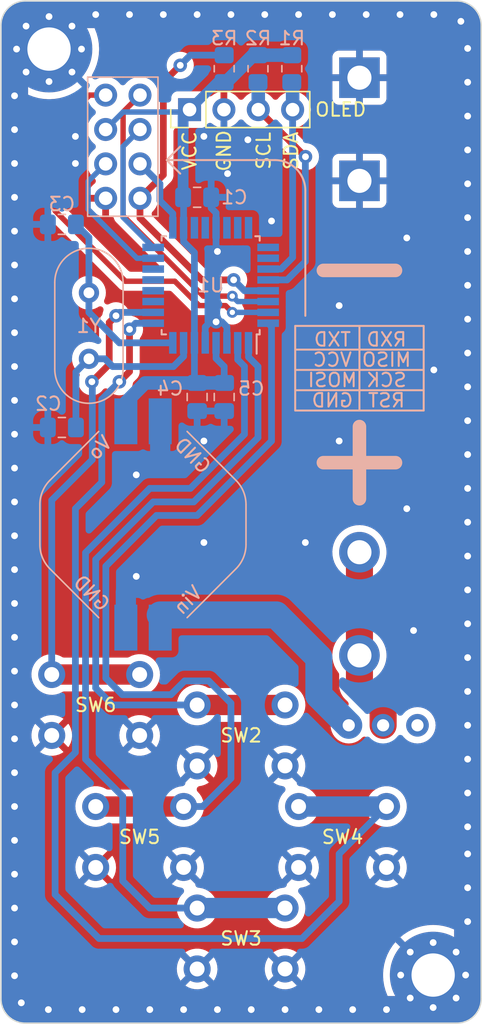
<source format=kicad_pcb>
(kicad_pcb (version 20211014) (generator pcbnew)
  (layers (0 "F.Cu" signal) (31 "B.Cu" signal) (34 "B.Paste" user) (35 "F.Paste" user) (36 "B.SilkS" user "B.Silkscreen") (37 "F.SilkS" user "F.Silkscreen") (38 "B.Mask" user) (39 "F.Mask" user) (44 "Edge.Cuts" user))
  (net 0 "")
  (net 1 "VCC")
  (net 2 "SDA")
  (net 3 "SCL")
  (net 4 "Net-(SW2-Pad1)")
  (net 5 "Net-(SW3-Pad1)")
  (net 6 "Net-(SW4-Pad1)")
  (net 7 "GND")
  (net 8 "Net-(C2-Pad2)")
  (net 9 "Net-(C3-Pad2)")
  (net 10 "VDD")
  (net 19 "RESET")
  (net 20 "Net-(SW5-Pad1)")
  (net 21 "Net-(SW6-Pad1)")
  (net 22 "MOSI")
  (net 23 "MISO")
  (net 24 "SCK")
  (net 28 "RXD")
  (net 29 "TXD")
  (net 30 "Net-(SW1-Pad1)")
  (footprint "Button_Switch_THT:SW_PUSH_6mm_H9.5mm" (layer "F.Cu") (at 153.75 124.75)
    (fp_text reference "SW6" (at 3.25 2.25) (layer "F.SilkS"))
    (fp_text value "SW_select")
    (pad "1" thru_hole circle (at 0 0 90) (size 2 2) (drill 1.1) (layers *.Cu *.Mask) (net 21 "Net-(SW6-Pad1)"))
    (pad "1" thru_hole circle (at 6.5 0 90) (size 2 2) (drill 1.1) (layers *.Cu *.Mask) (net 21 "Net-(SW6-Pad1)"))
    (pad "2" thru_hole circle (at 0 4.5 90) (size 2 2) (drill 1.1) (layers *.Cu *.Mask) (net 7 "GND"))
    (pad "2" thru_hole circle (at 6.5 4.5 90) (size 2 2) (drill 1.1) (layers *.Cu *.Mask) (net 7 "GND"))
  )
  (footprint "Button_Switch_THT:SW_PUSH_6mm_H9.5mm" (layer "F.Cu") (at 164.5 142)
    (fp_text reference "SW3" (at 3.25 2.25) (layer "F.SilkS"))
    (fp_text value "SW_down")
    (pad "1" thru_hole circle (at 0 0 90) (size 2 2) (drill 1.1) (layers *.Cu *.Mask) (net 5 "Net-(SW3-Pad1)"))
    (pad "1" thru_hole circle (at 6.5 0 90) (size 2 2) (drill 1.1) (layers *.Cu *.Mask) (net 5 "Net-(SW3-Pad1)"))
    (pad "2" thru_hole circle (at 6.5 4.5 90) (size 2 2) (drill 1.1) (layers *.Cu *.Mask) (net 7 "GND"))
    (pad "2" thru_hole circle (at 0 4.5 90) (size 2 2) (drill 1.1) (layers *.Cu *.Mask) (net 7 "GND"))
  )
  (footprint "MountingHole:MountingHole_3.2mm_M3_Pad_Via" (layer "F.Cu") (at 181.95 146.95)
    (fp_text reference "H2" hide)
    (fp_text value "M3" hide)
    (pad "1" thru_hole circle locked (at 1.697056 1.697056) (size 0.8 0.8) (drill 0.5) (layers *.Cu *.Mask) (net 7 "GND"))
    (pad "1" thru_hole circle locked (at 2.4 0) (size 0.8 0.8) (drill 0.5) (layers *.Cu *.Mask) (net 7 "GND"))
    (pad "1" thru_hole circle locked (at -1.697056 1.697056) (size 0.8 0.8) (drill 0.5) (layers *.Cu *.Mask) (net 7 "GND"))
    (pad "1" thru_hole circle locked (at 0 -2.4) (size 0.8 0.8) (drill 0.5) (layers *.Cu *.Mask) (net 7 "GND"))
    (pad "1" thru_hole circle locked (at 0 0) (size 6.4 6.4) (drill 3.2) (layers *.Cu *.Mask) (net 7 "GND"))
    (pad "1" thru_hole circle locked (at 1.697056 -1.697056) (size 0.8 0.8) (drill 0.5) (layers *.Cu *.Mask) (net 7 "GND"))
    (pad "1" thru_hole circle locked (at 0 2.4) (size 0.8 0.8) (drill 0.5) (layers *.Cu *.Mask) (net 7 "GND"))
    (pad "1" thru_hole circle locked (at -1.697056 -1.697056) (size 0.8 0.8) (drill 0.5) (layers *.Cu *.Mask) (net 7 "GND"))
    (pad "1" thru_hole circle locked (at -2.4 0) (size 0.8 0.8) (drill 0.5) (layers *.Cu *.Mask) (net 7 "GND"))
  )
  (footprint "MountingHole:MountingHole_3.2mm_M3_Pad_Via" (layer "F.Cu") (at 153.55 78.55)
    (fp_text reference "H1" hide)
    (fp_text value "M3" hide)
    (pad "1" thru_hole circle locked (at 2.4 0) (size 0.8 0.8) (drill 0.5) (layers *.Cu *.Mask) (net 7 "GND"))
    (pad "1" thru_hole circle locked (at 0 2.4) (size 0.8 0.8) (drill 0.5) (layers *.Cu *.Mask) (net 7 "GND"))
    (pad "1" thru_hole circle locked (at -1.697056 1.697056) (size 0.8 0.8) (drill 0.5) (layers *.Cu *.Mask) (net 7 "GND"))
    (pad "1" thru_hole circle locked (at 1.697056 -1.697056) (size 0.8 0.8) (drill 0.5) (layers *.Cu *.Mask) (net 7 "GND"))
    (pad "1" thru_hole circle locked (at 0 -2.4) (size 0.8 0.8) (drill 0.5) (layers *.Cu *.Mask) (net 7 "GND"))
    (pad "1" thru_hole circle locked (at -1.697056 -1.697056) (size 0.8 0.8) (drill 0.5) (layers *.Cu *.Mask) (net 7 "GND"))
    (pad "1" thru_hole circle locked (at -2.4 0) (size 0.8 0.8) (drill 0.5) (layers *.Cu *.Mask) (net 7 "GND"))
    (pad "1" thru_hole circle locked (at 0 0) (size 6.4 6.4) (drill 3.2) (layers *.Cu *.Mask) (net 7 "GND"))
    (pad "1" thru_hole circle locked (at 1.697056 1.697056) (size 0.8 0.8) (drill 0.5) (layers *.Cu *.Mask) (net 7 "GND"))
  )
  (footprint "GameBox:SS12D10" (layer "F.Cu") (at 178.25 128.5)
    (fp_text reference "SW1" hide)
    (fp_text value "ON/OFF")
    (pad "1" thru_hole circle (at -2.54 0) (size 1.6764 1.6764) (drill 0.9) (layers *.Cu *.Mask) (net 30 "Net-(SW1-Pad1)"))
    (pad "2" thru_hole circle (at 0 0) (size 1.6764 1.6764) (drill 0.9) (layers *.Cu *.Mask) (net 10 "VDD"))
    (pad "3" thru_hole circle (at 2.54 0) (size 1.6764 1.6764) (drill 0.9) (layers *.Cu *.Mask))
  )
  (footprint "Button_Switch_THT:SW_PUSH_6mm_H9.5mm" (layer "F.Cu") (at 172 134.5)
    (fp_text reference "SW4" (at 3.25 2.25) (layer "F.SilkS"))
    (fp_text value "SW_right")
    (pad "1" thru_hole circle (at 6.5 0 90) (size 2 2) (drill 1.1) (layers *.Cu *.Mask) (net 6 "Net-(SW4-Pad1)"))
    (pad "1" thru_hole circle (at 0 0 90) (size 2 2) (drill 1.1) (layers *.Cu *.Mask) (net 6 "Net-(SW4-Pad1)"))
    (pad "2" thru_hole circle (at 0 4.5 90) (size 2 2) (drill 1.1) (layers *.Cu *.Mask) (net 7 "GND"))
    (pad "2" thru_hole circle (at 6.5 4.5 90) (size 2 2) (drill 1.1) (layers *.Cu *.Mask) (net 7 "GND"))
  )
  (footprint "Button_Switch_THT:SW_PUSH_6mm_H9.5mm" (layer "F.Cu") (at 164.5 127)
    (fp_text reference "SW2" (at 3.25 2.25) (layer "F.SilkS"))
    (fp_text value "SW_up")
    (pad "1" thru_hole circle (at 0 0 90) (size 2 2) (drill 1.1) (layers *.Cu *.Mask) (net 4 "Net-(SW2-Pad1)"))
    (pad "1" thru_hole circle (at 6.5 0 90) (size 2 2) (drill 1.1) (layers *.Cu *.Mask) (net 4 "Net-(SW2-Pad1)"))
    (pad "2" thru_hole circle (at 6.5 4.5 90) (size 2 2) (drill 1.1) (layers *.Cu *.Mask) (net 7 "GND"))
    (pad "2" thru_hole circle (at 0 4.5 90) (size 2 2) (drill 1.1) (layers *.Cu *.Mask) (net 7 "GND"))
  )
  (footprint "Button_Switch_THT:SW_PUSH_6mm_H9.5mm" (layer "F.Cu") (at 157 134.5)
    (fp_text reference "SW5" (at 3.25 2.25) (layer "F.SilkS"))
    (fp_text value "SW_left")
    (pad "1" thru_hole circle (at 6.5 0 90) (size 2 2) (drill 1.1) (layers *.Cu *.Mask) (net 20 "Net-(SW5-Pad1)"))
    (pad "1" thru_hole circle (at 0 0 90) (size 2 2) (drill 1.1) (layers *.Cu *.Mask) (net 20 "Net-(SW5-Pad1)"))
    (pad "2" thru_hole circle (at 0 4.5 90) (size 2 2) (drill 1.1) (layers *.Cu *.Mask) (net 7 "GND"))
    (pad "2" thru_hole circle (at 6.5 4.5 90) (size 2 2) (drill 1.1) (layers *.Cu *.Mask) (net 7 "GND"))
  )
  (footprint "GameBox:1.3_inch_OLED_IIC" (layer "F.Cu") (at 167.75 97.75)
    (fp_text reference "J1" hide)
    (fp_text value "OLED" hide)
    (fp_text user "GND" (at -1.27 -11.684 90 unlocked) (layer "F.SilkS"))
    (fp_text user "OLED" (at 7.366 -14.732 unlocked) (layer "F.SilkS"))
    (fp_text user "SCL" (at 1.668 -11.684 90 unlocked) (layer "F.SilkS"))
    (fp_text user "VCC" (at -3.81 -11.684 90 unlocked) (layer "F.SilkS"))
    (fp_text user "SDA" (at 3.7 -11.684 90 unlocked) (layer "F.SilkS"))
    (fp_line (start -3.87 -13.402) (end -5.2 -13.402) (layer "F.SilkS") (width 0.12))
    (fp_line (start -2.6 -13.402) (end -2.6 -16.062) (layer "F.SilkS") (width 0.12))
    (fp_line (start 5.08 -13.402) (end 5.08 -16.062) (layer "F.SilkS") (width 0.12))
    (fp_line (start -2.6 -16.062) (end 5.08 -16.062) (layer "F.SilkS") (width 0.12))
    (fp_line (start -2.6 -13.402) (end 5.08 -13.402) (layer "F.SilkS") (width 0.12))
    (fp_line (start -5.2 -13.402) (end -5.2 -14.732) (layer "F.SilkS") (width 0.12))
    (pad "1" thru_hole rect (at -3.81 -14.726 90) (size 1.7 1.7) (drill 1) (layers *.Cu *.Mask) (net 1 "VCC"))
    (pad "2" thru_hole oval (at -1.27 -14.726 90) (size 1.7 1.7) (drill 1) (layers *.Cu *.Mask) (net 7 "GND"))
    (pad "3" thru_hole oval (at 1.27 -14.726 90) (size 1.7 1.7) (drill 1) (layers *.Cu *.Mask) (net 3 "SCL"))
    (pad "4" thru_hole oval (at 3.81 -14.726 90) (size 1.7 1.7) (drill 1) (layers *.Cu *.Mask) (net 2 "SDA"))
  )
  (footprint "Capacitor_SMD:C_0805_2012Metric_Pad1.18x1.45mm_HandSolder" (layer "B.Cu") (at 154.5 106.5)
    (fp_text reference "C2" (at -1 -1.75 180) (layer "B.SilkS") (effects (justify mirror)))
    (fp_text value "22pF")
    (fp_line (start -0.261252 0.735) (end 0.261252 0.735) (layer "B.SilkS") (width 0.12))
    (fp_line (start -0.261252 -0.735) (end 0.261252 -0.735) (layer "B.SilkS") (width 0.12))
    (pad "1" smd roundrect locked (at -1.0375 0) (size 1.175 1.45) (layers "B.Cu" "B.Paste" "B.Mask") (roundrect_rratio 0.212766) (net 7 "GND"))
    (pad "2" smd roundrect locked (at 1.0375 0) (size 1.175 1.45) (layers "B.Cu" "B.Paste" "B.Mask") (roundrect_rratio 0.212766) (net 8 "Net-(C2-Pad2)"))
  )
  (footprint "Package_QFP:TQFP-32_7x7mm_P0.8mm" (layer "B.Cu") (at 165.5 96 90)
    (fp_text reference "U1" (at 0 0 180) (layer "B.SilkS") (effects (justify mirror)))
    (fp_text value "ATmega328P-A")
    (fp_line (start -3.625 3.625) (end -3.625 3.4) (layer "B.SilkS") (width 0.15))
    (fp_line (start -3.625 -3.625) (end -3.625 -3.3) (layer "B.SilkS") (width 0.15))
    (fp_line (start 3.625 3.625) (end 3.625 3.3) (layer "B.SilkS") (width 0.15))
    (fp_line (start 3.625 3.625) (end 3.3 3.625) (layer "B.SilkS") (width 0.15))
    (fp_line (start -3.625 3.625) (end -3.3 3.625) (layer "B.SilkS") (width 0.15))
    (fp_line (start 3.625 -3.625) (end 3.625 -3.3) (layer "B.SilkS") (width 0.15))
    (fp_line (start -3.625 -3.625) (end -3.3 -3.625) (layer "B.SilkS") (width 0.15))
    (fp_line (start 3.625 -3.625) (end 3.3 -3.625) (layer "B.SilkS") (width 0.15))
    (fp_line (start -3.625 3.4) (end -5.05 3.4) (layer "B.SilkS") (width 0.15))
    (pad "1" smd rect locked (at -4.25 2.8 90) (size 1.6 0.55) (layers "B.Cu" "B.Paste" "B.Mask") (net 4 "Net-(SW2-Pad1)"))
    (pad "2" smd rect locked (at -4.25 2 90) (size 1.6 0.55) (layers "B.Cu" "B.Paste" "B.Mask") (net 5 "Net-(SW3-Pad1)"))
    (pad "3" smd rect locked (at -4.25 1.2 90) (size 1.6 0.55) (layers "B.Cu" "B.Paste" "B.Mask") (net 7 "GND"))
    (pad "4" smd rect locked (at -4.25 0.4 90) (size 1.6 0.55) (layers "B.Cu" "B.Paste" "B.Mask") (net 1 "VCC"))
    (pad "5" smd rect locked (at -4.25 -0.4 90) (size 1.6 0.55) (layers "B.Cu" "B.Paste" "B.Mask") (net 7 "GND"))
    (pad "6" smd rect locked (at -4.25 -1.2 90) (size 1.6 0.55) (layers "B.Cu" "B.Paste" "B.Mask") (net 1 "VCC"))
    (pad "7" smd rect locked (at -4.25 -2 90) (size 1.6 0.55) (layers "B.Cu" "B.Paste" "B.Mask") (net 8 "Net-(C2-Pad2)"))
    (pad "8" smd rect locked (at -4.25 -2.8 90) (size 1.6 0.55) (layers "B.Cu" "B.Paste" "B.Mask") (net 9 "Net-(C3-Pad2)"))
    (pad "9" smd rect locked (at -2.8 -4.25) (size 1.6 0.55) (layers "B.Cu" "B.Paste" "B.Mask") (net 6 "Net-(SW4-Pad1)"))
    (pad "10" smd rect locked (at -2 -4.25) (size 1.6 0.55) (layers "B.Cu" "B.Paste" "B.Mask") (net 21 "Net-(SW6-Pad1)"))
    (pad "11" smd rect locked (at -1.2 -4.25) (size 1.6 0.55) (layers "B.Cu" "B.Paste" "B.Mask"))
    (pad "12" smd rect locked (at -0.4 -4.25) (size 1.6 0.55) (layers "B.Cu" "B.Paste" "B.Mask"))
    (pad "13" smd rect locked (at 0.4 -4.25) (size 1.6 0.55) (layers "B.Cu" "B.Paste" "B.Mask"))
    (pad "14" smd rect locked (at 1.2 -4.25) (size 1.6 0.55) (layers "B.Cu" "B.Paste" "B.Mask"))
    (pad "15" smd rect locked (at 2 -4.25) (size 1.6 0.55) (layers "B.Cu" "B.Paste" "B.Mask") (net 22 "MOSI"))
    (pad "16" smd rect locked (at 2.8 -4.25) (size 1.6 0.55) (layers "B.Cu" "B.Paste" "B.Mask") (net 23 "MISO"))
    (pad "17" smd rect locked (at 4.25 -2.8 90) (size 1.6 0.55) (layers "B.Cu" "B.Paste" "B.Mask") (net 24 "SCK"))
    (pad "18" smd rect locked (at 4.25 -2 90) (size 1.6 0.55) (layers "B.Cu" "B.Paste" "B.Mask") (net 1 "VCC"))
    (pad "19" smd rect locked (at 4.25 -1.2 90) (size 1.6 0.55) (layers "B.Cu" "B.Paste" "B.Mask"))
    (pad "20" smd rect locked (at 4.25 -0.4 90) (size 1.6 0.55) (layers "B.Cu" "B.Paste" "B.Mask"))
    (pad "21" smd rect locked (at 4.25 0.4 90) (size 1.6 0.55) (layers "B.Cu" "B.Paste" "B.Mask") (net 7 "GND"))
    (pad "22" smd rect locked (at 4.25 1.2 90) (size 1.6 0.55) (layers "B.Cu" "B.Paste" "B.Mask"))
    (pad "23" smd rect locked (at 4.25 2 90) (size 1.6 0.55) (layers "B.Cu" "B.Paste" "B.Mask"))
    (pad "24" smd rect locked (at 4.25 2.8 90) (size 1.6 0.55) (layers "B.Cu" "B.Paste" "B.Mask"))
    (pad "25" smd rect locked (at 2.8 4.25) (size 1.6 0.55) (layers "B.Cu" "B.Paste" "B.Mask"))
    (pad "26" smd rect locked (at 2 4.25) (size 1.6 0.55) (layers "B.Cu" "B.Paste" "B.Mask"))
    (pad "27" smd rect locked (at 1.2 4.25) (size 1.6 0.55) (layers "B.Cu" "B.Paste" "B.Mask") (net 2 "SDA"))
    (pad "28" smd rect locked (at 0.4 4.25) (size 1.6 0.55) (layers "B.Cu" "B.Paste" "B.Mask") (net 3 "SCL"))
    (pad "29" smd rect locked (at -0.4 4.25) (size 1.6 0.55) (layers "B.Cu" "B.Paste" "B.Mask") (net 19 "RESET"))
    (pad "30" smd rect locked (at -1.2 4.25) (size 1.6 0.55) (layers "B.Cu" "B.Paste" "B.Mask") (net 28 "RXD"))
    (pad "31" smd rect locked (at -2 4.25) (size 1.6 0.55) (layers "B.Cu" "B.Paste" "B.Mask") (net 29 "TXD"))
    (pad "32" smd rect locked (at -2.8 4.25) (size 1.6 0.55) (layers "B.Cu" "B.Paste" "B.Mask") (net 20 "Net-(SW5-Pad1)"))
  )
  (footprint "Capacitor_SMD:C_0805_2012Metric_Pad1.18x1.45mm_HandSolder" (layer "B.Cu") (at 164.5 89.5)
    (fp_text reference "C1" (at 2.75 0 180) (layer "B.SilkS") (effects (justify mirror)))
    (fp_text value "100nF")
    (fp_line (start -0.261252 -0.735) (end 0.261252 -0.735) (layer "B.SilkS") (width 0.12))
    (fp_line (start -0.261252 0.735) (end 0.261252 0.735) (layer "B.SilkS") (width 0.12))
    (pad "1" smd roundrect locked (at -1.0375 0) (size 1.175 1.45) (layers "B.Cu" "B.Paste" "B.Mask") (roundrect_rratio 0.212766) (net 1 "VCC"))
    (pad "2" smd roundrect locked (at 1.0375 0) (size 1.175 1.45) (layers "B.Cu" "B.Paste" "B.Mask") (roundrect_rratio 0.212766) (net 7 "GND"))
  )
  (footprint "Connector_PinHeader_2.54mm:PinHeader_2x04_P2.54mm_Vertical" (layer "B.Cu") (at 160.275 84.49 180)
    (fp_text reference "J2" hide)
    (fp_text value "Conn_01x08")
    (fp_line (start 3.87 3.87) (end 3.87 -6.41) (layer "B.SilkS") (width 0.12))
    (fp_line (start -1.33 1.27) (end -1.33 3.87) (layer "B.SilkS") (width 0.12))
    (fp_line (start -1.33 -6.41) (end 3.87 -6.41) (layer "B.SilkS") (width 0.12))
    (fp_line (start 1.27 3.87) (end 3.87 3.87) (layer "B.SilkS") (width 0.12))
    (fp_line (start -1.33 3.87) (end 1.27 3.87) (layer "B.SilkS") (width 0.12))
    (fp_line (start -1.33 1.27) (end -1.33 -6.41) (layer "B.SilkS") (width 0.12))
    (pad "1" thru_hole circle (at 0 2.54 180) (size 1.7 1.7) (drill 1) (layers *.Cu *.Mask) (net 28 "RXD"))
    (pad "2" thru_hole oval (at 2.54 2.54 180) (size 1.7 1.7) (drill 1) (layers *.Cu *.Mask) (net 29 "TXD"))
    (pad "3" thru_hole oval (at 0 0 180) (size 1.7 1.7) (drill 1) (layers *.Cu *.Mask) (net 23 "MISO"))
    (pad "4" thru_hole oval (at 2.54 0 180) (size 1.7 1.7) (drill 1) (layers *.Cu *.Mask) (net 1 "VCC"))
    (pad "5" thru_hole oval (at 0 -2.54 180) (size 1.7 1.7) (drill 1) (layers *.Cu *.Mask) (net 24 "SCK"))
    (pad "6" thru_hole oval (at 2.54 -2.54 180) (size 1.7 1.7) (drill 1) (layers *.Cu *.Mask) (net 22 "MOSI"))
    (pad "7" thru_hole oval (at 0 -5.08 180) (size 1.7 1.7) (drill 1) (layers *.Cu *.Mask) (net 19 "RESET"))
    (pad "8" thru_hole oval (at 2.54 -5.08 180) (size 1.7 1.7) (drill 1) (layers *.Cu *.Mask) (net 7 "GND"))
  )
  (footprint "Crystal:Crystal_HC49-4H_Vertical" (layer "B.Cu") (at 156.5 96.55 -90)
    (fp_text reference "Y1" (at 2.45 0) (layer "B.SilkS") (effects (justify mirror)))
    (fp_text value "16MHz")
    (fp_line (start -0.76 -2.525) (end 5.64 -2.525) (layer "B.SilkS") (width 0.12))
    (fp_line (start -0.76 2.525) (end 5.64 2.525) (layer "B.SilkS") (width 0.12))
    (fp_arc (start -0.76 2.525) (mid -3.285 0) (end -0.76 -2.525) (layer "B.SilkS") (width 0.12))
    (fp_arc (start 5.64 -2.525) (mid 8.165 0) (end 5.64 2.525) (layer "B.SilkS") (width 0.12))
    (pad "1" thru_hole circle locked (at 0 0 270) (size 1.5 1.5) (drill 0.8) (layers *.Cu *.Mask) (net 9 "Net-(C3-Pad2)"))
    (pad "2" thru_hole circle locked (at 4.88 0 270) (size 1.5 1.5) (drill 0.8) (layers *.Cu *.Mask) (net 8 "Net-(C2-Pad2)"))
  )
  (footprint "Capacitor_SMD:C_0805_2012Metric_Pad1.18x1.45mm_HandSolder" (layer "B.Cu") (at 166.5 104.25 -90)
    (fp_text reference "C5" (at -0.618 -2 180) (layer "B.SilkS") (effects (justify mirror)))
    (fp_text value "100nF")
    (fp_line (start -0.261252 -0.735) (end 0.261252 -0.735) (layer "B.SilkS") (width 0.12))
    (fp_line (start -0.261252 0.735) (end 0.261252 0.735) (layer "B.SilkS") (width 0.12))
    (pad "1" smd roundrect locked (at -1.0375 0 270) (size 1.175 1.45) (layers "B.Cu" "B.Paste" "B.Mask") (roundrect_rratio 0.212766) (net 1 "VCC"))
    (pad "2" smd roundrect locked (at 1.0375 0 270) (size 1.175 1.45) (layers "B.Cu" "B.Paste" "B.Mask") (roundrect_rratio 0.212766) (net 7 "GND"))
  )
  (footprint "Resistor_SMD:R_0805_2012Metric_Pad1.20x1.40mm_HandSolder" (layer "B.Cu") (at 166.5 80 90)
    (fp_text reference "R3" (at 2.25 0 180) (layer "B.SilkS") (effects (justify mirror)))
    (fp_text value "10k")
    (fp_line (start -0.227064 0.735) (end 0.227064 0.735) (layer "B.SilkS") (width 0.12))
    (fp_line (start -0.227064 -0.735) (end 0.227064 -0.735) (layer "B.SilkS") (width 0.12))
    (pad "1" smd roundrect locked (at -1 0 90) (size 1.2 1.4) (layers "B.Cu" "B.Paste" "B.Mask") (roundrect_rratio 0.208333) (net 1 "VCC"))
    (pad "2" smd roundrect locked (at 1 0 90) (size 1.2 1.4) (layers "B.Cu" "B.Paste" "B.Mask") (roundrect_rratio 0.208333) (net 19 "RESET"))
  )
  (footprint "GameBox:BK-82_AAA_battery_holder" (layer "B.Cu") (at 176.5 102)
    (fp_text reference "BT1" hide)
    (fp_text value "AAA" hide)
    (fp_text user "+" (at 0 7.62 180 unlocked) (layer "B.SilkS") (effects (font (size 7 7) (thickness 1)) (justify mirror)))
    (fp_text user "-" (at 0 -7.62 unlocked) (layer "B.SilkS") (effects (font (size 7 7) (thickness 1)) (justify mirror)))
    (pad "1" thru_hole circle (at 0 13.716 180) (size 3 3) (drill 1.78) (layers *.Cu *.Mask) (net 10 "VDD"))
    (pad "1" thru_hole circle (at 0 21.336 180) (size 3 3) (drill 1.78) (layers *.Cu *.Mask) (net 10 "VDD"))
    (pad "2" thru_hole rect (at 0 -13.716 180) (size 2.999999 2.999999) (drill 1.78) (layers *.Cu *.Mask) (net 7 "GND"))
    (pad "2" thru_hole rect (at 0 -21.336 180) (size 2.999999 2.999999) (drill 1.78) (layers *.Cu *.Mask) (net 7 "GND"))
  )
  (footprint "Resistor_SMD:R_0805_2012Metric_Pad1.20x1.40mm_HandSolder" (layer "B.Cu") (at 169 80 -90)
    (fp_text reference "R2" (at -2.25 0) (layer "B.SilkS") (effects (justify mirror)))
    (fp_text value "10k")
    (fp_line (start -0.227064 -0.735) (end 0.227064 -0.735) (layer "B.SilkS") (width 0.12))
    (fp_line (start -0.227064 0.735) (end 0.227064 0.735) (layer "B.SilkS") (width 0.12))
    (pad "1" smd roundrect locked (at -1 0 270) (size 1.2 1.4) (layers "B.Cu" "B.Paste" "B.Mask") (roundrect_rratio 0.208333) (net 1 "VCC"))
    (pad "2" smd roundrect locked (at 1 0 270) (size 1.2 1.4) (layers "B.Cu" "B.Paste" "B.Mask") (roundrect_rratio 0.208333) (net 3 "SCL"))
  )
  (footprint "GameBox:3.3V_boost_regulator_castellated" (layer "B.Cu") (at 160.5 113.665 180)
    (fp_text reference "U2" hide)
    (fp_text value "3.3V_boost_regulator")
    (fp_text user "GND" (at -3.6576 5.08 315 unlocked) (layer "B.SilkS") (effects (justify mirror)))
    (fp_text user "GND" (at 3.81 -5.08 315 unlocked) (layer "B.SilkS") (effects (justify mirror)))
    (fp_text user "Vo" (at 3.2004 5.6642 45 unlocked) (layer "B.SilkS") (effects (justify mirror)))
    (fp_text user "Vin" (at -3.302 -5.588 45 unlocked) (layer "B.SilkS") (effects (justify mirror)))
    (fp_line (start 7.627349 -1.480549) (end 7.627349 1.465851) (layer "B.SilkS") (width 0.12))
    (fp_line (start -7.612651 1.465851) (end -7.612651 -1.480549) (layer "B.SilkS") (width 0.12))
    (fp_line (start 3.2766 -6.8834) (end 6.8834 -3.2766) (layer "B.SilkS") (width 0.12))
    (fp_line (start 6.8834 3.261902) (end 3.2766 6.868702) (layer "B.SilkS") (width 0.12))
    (fp_line (start -6.868702 -3.2766) (end -3.261902 -6.8834) (layer "B.SilkS") (width 0.12))
    (fp_line (start -3.261902 6.868702) (end -6.868702 3.261902) (layer "B.SilkS") (width 0.12))
    (fp_arc (start 7.627349 1.465851) (mid 7.434002 2.437867) (end 6.8834 3.261902) (layer "B.SilkS") (width 0.12))
    (fp_arc (start 6.8834 -3.2766) (mid 7.434003 -2.452565) (end 7.627349 -1.480549) (layer "B.SilkS") (width 0.12))
    (fp_arc (start -6.868702 3.261902) (mid -7.419305 2.437867) (end -7.612651 1.465851) (layer "B.SilkS") (width 0.12))
    (fp_arc (start -7.612651 -1.480549) (mid -7.419304 -2.452565) (end -6.868702 -3.2766) (layer "B.SilkS") (width 0.12))
    (pad "1" smd rect (at -1.27 7.62 270) (size 3.39 1.7) (layers "B.Cu" "B.Paste" "B.Mask") (net 7 "GND"))
    (pad "1" smd rect (at 1.27 -7.62 90) (size 3.39 1.7) (layers "B.Cu" "B.Paste" "B.Mask") (net 7 "GND"))
    (pad "2" smd rect (at -1.27 -7.62 90) (size 3.39 1.7) (layers "B.Cu" "B.Paste" "B.Mask") (net 30 "Net-(SW1-Pad1)"))
    (pad "3" smd rect (at 1.27 7.62 270) (size 3.39 1.7) (layers "B.Cu" "B.Paste" "B.Mask") (net 1 "VCC"))
  )
  (footprint "Capacitor_SMD:C_0805_2012Metric_Pad1.18x1.45mm_HandSolder" (layer "B.Cu") (at 164.5 104.25 -90)
    (fp_text reference "C4" (at -0.618 2 180) (layer "B.SilkS") (effects (justify mirror)))
    (fp_text value "10uF")
    (fp_line (start -0.261252 -0.735) (end 0.261252 -0.735) (layer "B.SilkS") (width 0.12))
    (fp_line (start -0.261252 0.735) (end 0.261252 0.735) (layer "B.SilkS") (width 0.12))
    (pad "1" smd roundrect locked (at -1.0375 0 270) (size 1.175 1.45) (layers "B.Cu" "B.Paste" "B.Mask") (roundrect_rratio 0.212766) (net 1 "VCC"))
    (pad "2" smd roundrect locked (at 1.0375 0 270) (size 1.175 1.45) (layers "B.Cu" "B.Paste" "B.Mask") (roundrect_rratio 0.212766) (net 7 "GND"))
  )
  (footprint "Capacitor_SMD:C_0805_2012Metric_Pad1.18x1.45mm_HandSolder" (layer "B.Cu") (at 154.5 91.5)
    (fp_text reference "C3" (at 0 -1.5 180) (layer "B.SilkS") (effects (justify mirror)))
    (fp_text value "22pF")
    (fp_line (start -0.261252 0.735) (end 0.261252 0.735) (layer "B.SilkS") (width 0.12))
    (fp_line (start -0.261252 -0.735) (end 0.261252 -0.735) (layer "B.SilkS") (width 0.12))
    (pad "1" smd roundrect locked (at -1.0375 0) (size 1.175 1.45) (layers "B.Cu" "B.Paste" "B.Mask") (roundrect_rratio 0.212766) (net 7 "GND"))
    (pad "2" smd roundrect locked (at 1.0375 0) (size 1.175 1.45) (layers "B.Cu" "B.Paste" "B.Mask") (roundrect_rratio 0.212766) (net 9 "Net-(C3-Pad2)"))
  )
  (footprint "Resistor_SMD:R_0805_2012Metric_Pad1.20x1.40mm_HandSolder" (layer "B.Cu") (at 171.5 80 -90)
    (fp_text reference "R1" (at -2.25 0) (layer "B.SilkS") (effects (justify mirror)))
    (fp_text value "10k")
    (fp_line (start -0.227064 0.735) (end 0.227064 0.735) (layer "B.SilkS") (width 0.12))
    (fp_line (start -0.227064 -0.735) (end 0.227064 -0.735) (layer "B.SilkS") (width 0.12))
    (pad "1" smd roundrect locked (at -1 0 270) (size 1.2 1.4) (layers "B.Cu" "B.Paste" "B.Mask") (roundrect_rratio 0.208333) (net 1 "VCC"))
    (pad "2" smd roundrect locked (at 1 0 270) (size 1.2 1.4) (layers "B.Cu" "B.Paste" "B.Mask") (roundrect_rratio 0.208333) (net 2 "SDA"))
  )
  (gr_line (start 181.25 99) (end 181.25 100.75) (layer "B.SilkS") (width 0.15))
  (gr_line (start 171.75 103.75) (end 181.25 103.75) (layer "B.SilkS") (width 0.15))
  (gr_line (start 171.75 100.75) (end 171.75 105.25) (layer "B.SilkS") (width 0.15))
  (gr_line (start 171.75 99) (end 181.25 99) (layer "B.SilkS") (width 0.15))
  (gr_line (start 170.25 86.75) (end 162.25 86.75) (layer "B.SilkS") (width 0.15))
  (gr_line (start 171.75 105.25) (end 181.25 105.25) (layer "B.SilkS") (width 0.15))
  (gr_line (start 171.75 100.75) (end 181.25 100.75) (layer "B.SilkS") (width 0.15))
  (gr_line (start 172.5 98.25) (end 172.5 89) (layer "B.SilkS") (width 0.15))
  (gr_line (start 181.25 100.75) (end 181.25 105.25) (layer "B.SilkS") (width 0.15))
  (gr_arc (start 170.25 86.75) (mid 171.84099 87.40901) (end 172.5 89) (layer "B.SilkS") (width 0.15))
  (gr_line (start 176.5 99) (end 176.5 105.25) (layer "B.SilkS") (width 0.15))
  (gr_line (start 162.25 86.75) (end 163.25 85.75) (layer "B.SilkS") (width 0.15))
  (gr_line (start 162.25 86.75) (end 163.25 87.75) (layer "B.SilkS") (width 0.15))
  (gr_line (start 171.75 100.75) (end 171.75 99) (layer "B.SilkS") (width 0.15))
  (gr_line (start 171.75 102.25) (end 181.25 102.25) (layer "B.SilkS") (width 0.15))
  (gr_line (start 185.5 76.8) (end 185.5 148.7) (layer "Edge.Cuts") (width 0.1))
  (gr_arc (start 183.7 75) (mid 184.972792 75.527208) (end 185.5 76.8) (layer "Edge.Cuts") (width 0.1))
  (gr_arc (start 150 76.8) (mid 150.527208 75.527208) (end 151.8 75) (layer "Edge.Cuts") (width 0.1))
  (gr_arc (start 185.5 148.7) (mid 184.972792 149.972792) (end 183.7 150.5) (layer "Edge.Cuts") (width 0.1))
  (gr_arc (start 151.8 150.5) (mid 150.527208 149.972792) (end 150 148.7) (layer "Edge.Cuts") (width 0.1))
  (gr_line (start 151.8 75) (end 183.7 75) (layer "Edge.Cuts") (width 0.1))
  (gr_line (start 150 148.7) (end 150 76.8) (layer "Edge.Cuts") (width 0.1))
  (gr_line (start 183.7 150.5) (end 151.8 150.5) (layer "Edge.Cuts") (width 0.1))
  (gr_text "VCC" (at 174.5 101.5) (layer "B.SilkS") (effects (font (size 1 1)) (justify mirror)))
  (gr_text "GND" (at 174.5 104.5) (layer "B.SilkS") (effects (font (size 1 1)) (justify mirror)))
  (gr_text "RST" (at 178.5 104.5) (layer "B.SilkS") (effects (font (size 1 1)) (justify mirror)))
  (gr_text "RXD" (at 178.5 100) (layer "B.SilkS") (effects (font (size 1 1)) (justify mirror)))
  (gr_text "TXD" (at 174.5 100) (layer "B.SilkS") (effects (font (size 1 1)) (justify mirror)))
  (gr_text "MOSI" (at 174.5 103) (layer "B.SilkS") (effects (font (size 1 1)) (justify mirror)))
  (gr_text "SCK" (at 178.5 103) (layer "B.SilkS") (effects (font (size 1 1)) (justify mirror)))
  (gr_text "MISO" (at 178.5 101.5) (layer "B.SilkS") (effects (font (size 1 1)) (justify mirror)))
  (segment (start 166.48 81.02) (end 166.5 81) (width 1) (layer "B.Cu") (net 1))
  (segment (start 164.5 103.2125) (end 160.658478 103.2125) (width 1) (layer "B.Cu") (net 1))
  (segment (start 163.764489 83.199511) (end 163.94 83.024) (width 0.4) (layer "B.Cu") (net 1))
  (segment (start 164.3 101.562) (end 164.3 103.0125) (width 0.5) (layer "B.Cu") (net 1))
  (segment (start 169 79) (end 168.5 79) (width 0.5) (layer "B.Cu") (net 1))
  (segment (start 159.025489 83.199511) (end 163.764489 83.199511) (width 0.4) (layer "B.Cu") (net 1))
  (segment (start 166.642824 81) (end 168.642824 79) (width 1) (layer "B.Cu") (net 1))
  (segment (start 163.5 91.75) (end 163.5 89.5375) (width 0.5) (layer "B.Cu") (net 1))
  (segment (start 163.5 92.785489) (end 163.5 91.75) (width 0.5) (layer "B.Cu") (net 1))
  (segment (start 165.9 101.4) (end 166.5 102) (width 0.5) (layer "B.Cu") (net 1))
  (segment (start 165.964 81) (end 163.94 83.024) (width 0.7) (layer "B.Cu") (net 1))
  (segment (start 168.642824 79) (end 169 79) (width 1) (layer "B.Cu") (net 1))
  (segment (start 163.4625 89.5) (end 163.4625 83.5015) (width 0.8) (layer "B.Cu") (net 1))
  (segment (start 164.3 93.585489) (end 163.5 92.785489) (width 0.5) (layer "B.Cu") (net 1))
  (segment (start 160.658478 103.2125) (end 159.23 104.640978) (width 1) (layer "B.Cu") (net 1))
  (segment (start 165.9 100.25) (end 165.9 101.4) (width 0.5) (layer "B.Cu") (net 1))
  (segment (start 166.5 81) (end 166.642824 81) (width 1) (layer "B.Cu") (net 1))
  (segment (start 164.5 103.2125) (end 166.5 103.2125) (width 1) (layer "B.Cu") (net 1))
  (segment (start 166.5 102) (end 166.5 103.2125) (width 0.5) (layer "B.Cu") (net 1))
  (segment (start 164.3 103.0125) (end 164.5 103.2125) (width 0.5) (layer "B.Cu") (net 1))
  (segment (start 166.5 81) (end 165.964 81) (width 0.7) (layer "B.Cu") (net 1))
  (segment (start 159.23 104.640978) (end 159.23 106.045) (width 1) (layer "B.Cu") (net 1))
  (segment (start 163.4625 83.5015) (end 163.94 83.024) (width 0.8) (layer "B.Cu") (net 1))
  (segment (start 171.5 79) (end 169 79) (width 1) (layer "B.Cu") (net 1))
  (segment (start 164.3 100.25) (end 164.3 101.562) (width 0.5) (layer "B.Cu") (net 1))
  (segment (start 157.735 84.49) (end 159.025489 83.199511) (width 0.4) (layer "B.Cu") (net 1))
  (segment (start 164.3 100.25) (end 164.3 93.585489) (width 0.5) (layer "B.Cu") (net 1))
  (segment (start 168.5 79) (end 166.5 81) (width 0.5) (layer "B.Cu") (net 1))
  (segment (start 170.7 94.8) (end 169.75 94.8) (width 0.5) (layer "B.Cu") (net 2))
  (segment (start 171.56 93.94) (end 170.7 94.8) (width 0.5) (layer "B.Cu") (net 2))
  (segment (start 171.56 83.024) (end 171.56 81.06) (width 1) (layer "B.Cu") (net 2))
  (segment (start 171.56 81.06) (end 171.5 81) (width 1) (layer "B.Cu") (net 2))
  (segment (start 171.56 83.024) (end 171.56 93.94) (width 0.5) (layer "B.Cu") (net 2))
  (segment (start 172.5095 86.5) (end 172.496 86.5) (width 0.5) (layer "F.Cu") (net 3))
  (segment (start 172.496 86.5) (end 169.02 83.024) (width 0.5) (layer "F.Cu") (net 3))
  (via (at 172.5095 86.5) (size 1) (drill 0.5) (layers "F.Cu" "B.Cu") (net 3))
  (segment (start 169.02 81.02) (end 169 81) (width 1) (layer "B.Cu") (net 3))
  (segment (start 172.5 86.5095) (end 172.5095 86.5) (width 0.5) (layer "B.Cu") (net 3))
  (segment (start 169.75 95.6) (end 171.15 95.6) (width 0.5) (layer "B.Cu") (net 3))
  (segment (start 171.15 95.6) (end 172 94.75) (width 0.5) (layer "B.Cu") (net 3))
  (segment (start 172.5 94.25) (end 172.5 94) (width 0.5) (layer "B.Cu") (net 3))
  (segment (start 172 94.75) (end 172.5 94.25) (width 0.5) (layer "B.Cu") (net 3))
  (segment (start 169.02 83.024) (end 169.02 82.98) (width 0.8) (layer "B.Cu") (net 3))
  (segment (start 169.02 83.024) (end 169.02 81.02) (width 1) (layer "B.Cu") (net 3))
  (segment (start 172.5 94) (end 172.5 86.5095) (width 0.5) (layer "B.Cu") (net 3))
  (segment (start 164.5 127) (end 171 127) (width 1.5) (layer "F.Cu") (net 4))
  (segment (start 164.5 127) (end 158.25 127) (width 0.5) (layer "B.Cu") (net 4))
  (segment (start 168.3 101.3) (end 168.3 100.25) (width 0.5) (layer "B.Cu") (net 4))
  (segment (start 158.25 127) (end 157 125.75) (width 0.5) (layer "B.Cu") (net 4))
  (segment (start 164.25 112) (end 169 107.25) (width 0.5) (layer "B.Cu") (net 4))
  (segment (start 169 102) (end 168.3 101.3) (width 0.5) (layer "B.Cu") (net 4))
  (segment (start 169 107.25) (end 169 102) (width 0.5) (layer "B.Cu") (net 4))
  (segment (start 157 116.25) (end 161.25 112) (width 0.5) (layer "B.Cu") (net 4))
  (segment (start 161.25 112) (end 164.25 112) (width 0.5) (layer "B.Cu") (net 4))
  (segment (start 157 125.75) (end 157 116.25) (width 0.5) (layer "B.Cu") (net 4))
  (segment (start 167.5 101.48927) (end 167.5 100.25) (width 0.5) (layer "B.Cu") (net 5))
  (segment (start 168 107) (end 168 101.98927) (width 0.5) (layer "B.Cu") (net 5))
  (segment (start 159 140) (end 159 133.75) (width 0.5) (layer "B.Cu") (net 5))
  (segment (start 156.25 131) (end 156.25 115.75) (width 0.5) (layer "B.Cu") (net 5))
  (segment (start 164.5 142) (end 161 142) (width 0.5) (layer "B.Cu") (net 5))
  (segment (start 164.5 142) (end 171 142) (width 1.5) (layer "B.Cu") (net 5))
  (segment (start 159 133.75) (end 156.25 131) (width 0.5) (layer "B.Cu") (net 5))
  (segment (start 156.25 115.75) (end 161 111) (width 0.5) (layer "B.Cu") (net 5))
  (segment (start 161 142) (end 159 140) (width 0.5) (layer "B.Cu") (net 5))
  (segment (start 161 111) (end 164 111) (width 0.5) (layer "B.Cu") (net 5))
  (segment (start 164 111) (end 168 107) (width 0.5) (layer "B.Cu") (net 5))
  (segment (start 168 101.98927) (end 167.5 101.48927) (width 0.5) (layer "B.Cu") (net 5))
  (segment (start 159.5 102.374) (end 158.75 103.124) (width 0.5) (layer "F.Cu") (net 6))
  (segment (start 159.5 99.25) (end 159.5 102.374) (width 0.5) (layer "F.Cu") (net 6))
  (via (at 159.5 99.25) (size 1) (drill 0.5) (layers "F.Cu" "B.Cu") (net 6))
  (via (at 158.75 103.124) (size 1) (drill 0.5) (layers "F.Cu" "B.Cu") (net 6))
  (segment (start 157.44952 104.42448) (end 157.44952 110.55048) (width 0.5) (layer "B.Cu") (net 6))
  (segment (start 159.95 98.8) (end 159.5 99.25) (width 0.5) (layer "B.Cu") (net 6))
  (segment (start 154 141) (end 157.25 144.25) (width 0.5) (layer "B.Cu") (net 6))
  (segment (start 155.5 112.5) (end 155.5 130.5) (width 0.5) (layer "B.Cu") (net 6))
  (segment (start 155.5 130.5) (end 154 132) (width 0.5) (layer "B.Cu") (net 6))
  (segment (start 157.44952 110.55048) (end 155.5 112.5) (width 0.5) (layer "B.Cu") (net 6))
  (segment (start 175 141.5) (end 175 138) (width 0.5) (layer "B.Cu") (net 6))
  (segment (start 158.75 103.124) (end 157.44952 104.42448) (width 0.5) (layer "B.Cu") (net 6))
  (segment (start 172.25 144.25) (end 175 141.5) (width 0.5) (layer "B.Cu") (net 6))
  (segment (start 157.25 144.25) (end 172.25 144.25) (width 0.5) (layer "B.Cu") (net 6))
  (segment (start 154 132) (end 154 141) (width 0.5) (layer "B.Cu") (net 6))
  (segment (start 161.25 98.8) (end 159.95 98.8) (width 0.5) (layer "B.Cu") (net 6))
  (segment (start 172 134.5) (end 178.5 134.5) (width 1.5) (layer "B.Cu") (net 6))
  (segment (start 175 138) (end 178.5 134.5) (width 0.5) (layer "B.Cu") (net 6))
  (via (at 151 134.5) (size 1) (drill 0.5) (layers "F.Cu" "B.Cu") (net 7))
  (via (at 151 84.5) (size 1) (drill 0.5) (layers "F.Cu" "B.Cu") (net 7))
  (via (at 156 149.5) (size 1) (drill 0.5) (layers "F.Cu" "B.Cu") (net 7))
  (via (at 184.5 140.5) (size 1) (drill 0.5) (layers "F.Cu" "B.Cu") (net 7))
  (via (at 155.5 85) (size 1) (drill 0.5) (layers "F.Cu" "B.Cu") (net 7))
  (via (at 158.5 149.5) (size 1) (drill 0.5) (layers "F.Cu" "B.Cu") (net 7))
  (via (at 151 129.5) (size 1) (drill 0.5) (layers "F.Cu" "B.Cu") (net 7))
  (via (at 151 124.5) (size 1) (drill 0.5) (layers "F.Cu" "B.Cu") (net 7))
  (via (at 151 87) (size 1) (drill 0.5) (layers "F.Cu" "B.Cu") (net 7))
  (via (at 184.5 96) (size 1) (drill 0.5) (layers "F.Cu" "B.Cu") (net 7))
  (via (at 151 89.5) (size 1) (drill 0.5) (layers "F.Cu" "B.Cu") (net 7))
  (via (at 184.5 143) (size 1) (drill 0.5) (layers "F.Cu" "B.Cu") (net 7))
  (via (at 179.5 76) (size 1) (drill 0.5) (layers "F.Cu" "B.Cu") (net 7))
  (via (at 184.5 128.5) (size 1) (drill 0.5) (layers "F.Cu" "B.Cu") (net 7))
  (via (at 151 82) (size 1) (drill 0.5) (layers "F.Cu" "B.Cu") (net 7))
  (via (at 151 147) (size 1) (drill 0.5) (layers "F.Cu" "B.Cu") (net 7))
  (via (at 184.5 81) (size 1) (drill 0.5) (layers "F.Cu" "B.Cu") (net 7))
  (via (at 184.5 98.5) (size 1) (drill 0.5) (layers "F.Cu" "B.Cu") (net 7))
  (via (at 151 139.5) (size 1) (drill 0.5) (layers "F.Cu" "B.Cu") (net 7))
  (via (at 182 102.25) (size 1) (drill 0.5) (layers "F.Cu" "B.Cu") (net 7))
  (via (at 180 112.5) (size 1) (drill 0.5) (layers "F.Cu" "B.Cu") (net 7))
  (via (at 184.5 103.5) (size 1) (drill 0.5) (layers "F.Cu" "B.Cu") (net 7))
  (via (at 180.5 121.5) (size 1) (drill 0.5) (layers "F.Cu" "B.Cu") (net 7))
  (via (at 151 104.5) (size 1) (drill 0.5) (layers "F.Cu" "B.Cu") (net 7))
  (via (at 184.5 88.5) (size 1) (drill 0.5) (layers "F.Cu" "B.Cu") (net 7))
  (via (at 160 117.5) (size 1) (drill 0.5) (layers "F.Cu" "B.Cu") (net 7))
  (via (at 184.5 111) (size 1) (drill 0.5) (layers "F.Cu" "B.Cu") (net 7))
  (via (at 166.75 87.75) (size 1) (drill 0.5) (layers "F.Cu" "B.Cu") (net 7))
  (via (at 151 122) (size 1) (drill 0.5) (layers "F.Cu" "B.Cu") (net 7))
  (via (at 151 109.5) (size 1) (drill 0.5) (layers "F.Cu" "B.Cu") (net 7))
  (via (at 176 149.5) (size 1) (drill 0.5) (layers "F.Cu" "B.Cu") (net 7))
  (via (at 184.5 93.5) (size 1) (drill 0.5) (layers "F.Cu" "B.Cu") (net 7))
  (via (at 184.5 131) (size 1) (drill 0.5) (layers "F.Cu" "B.Cu") (net 7))
  (via (at 178.5 149.5) (size 1) (drill 0.5) (layers "F.Cu" "B.Cu") (net 7))
  (via (at 184.5 123.5) (size 1) (drill 0.5) (layers "F.Cu" "B.Cu") (net 7))
  (via (at 161 149.5) (size 1) (drill 0.5) (layers "F.Cu" "B.Cu") (net 7))
  (via (at 184.5 101) (size 1) (drill 0.5) (layers "F.Cu" "B.Cu") (net 7))
  (via (at 165 85) (size 1) (drill 0.5) (layers "F.Cu" "B.Cu") (net 7))
  (via (at 177 76) (size 1) (drill 0.5) (layers "F.Cu" "B.Cu") (net 7))
  (via (at 151 137) (size 1) (drill 0.5) (layers "F.Cu" "B.Cu") (net 7))
  (via (at 151 99.5) (size 1) (drill 0.5) (layers "F.Cu" "B.Cu") (net 7))
  (via (at 184.5 108.5) (size 1) (drill 0.5) (layers "F.Cu" "B.Cu") (net 7))
  (via (at 166 149.5) (size 1) (drill 0.5) (layers "F.Cu" "B.Cu") (net 7))
  (via (at 184.5 91) (size 1) (drill 0.5) (layers "F.Cu" "B.Cu") (net 7))
  (via (at 168.25 85.25) (size 1) (drill 0.5) (layers "F.Cu" "B.Cu") (net 7))
  (via (at 174.5 76) (size 1) (drill 0.5) (layers "F.Cu" "B.Cu") (net 7))
  (via (at 151 119.5) (size 1) (drill 0.5) (layers "F.Cu" "B.Cu") (net 7))
  (via (at 151 127) (size 1) (drill 0.5) (layers "F.Cu" "B.Cu") (net 7))
  (via (at 184.5 118.5) (size 1) (drill 0.5) (layers "F.Cu" "B.Cu") (net 7))
  (via (at 165.9 98.7) (size 1) (drill 0.5) (layers "F.Cu" "B.Cu") (net 7))
  (via (at 162 76) (size 1) (drill 0.5) (layers "F.Cu" "B.Cu") (net 7))
  (via (at 151 117) (size 1) (drill 0.5) (layers "F.Cu" "B.Cu") (net 7))
  (via (at 184 76.5) (size 1) (drill 0.5) (layers "F.Cu" "B.Cu") (net 7))
  (via (at 151.5 149) (size 1) (drill 0.5) (layers "F.Cu" "B.Cu") (net 7))
  (via (at 184.5 138) (size 1) (drill 0.5) (layers "F.Cu" "B.Cu") (net 7))
  (via (at 165 107.5) (size 1) (drill 0.5) (layers "F.Cu" "B.Cu") (net 7))
  (via (at 175 97.5) (size 1) (drill 0.5) (layers "F.Cu" "B.Cu") (net 7))
  (via (at 184.5 86) (size 1) (drill 0.5) (layers "F.Cu" "B.Cu") (net 7))
  (via (at 151 112) (size 1) (drill 0.5) (layers "F.Cu" "B.Cu") (net 7))
  (via (at 166 93.5) (size 1) (drill 0.5) (layers "F.Cu" "B.Cu") (net 7))
  (via (at 160 110) (size 1) (drill 0.5) (layers "F.Cu" "B.Cu") (net 7))
  (via (at 184.5 78.5) (size 1) (drill 0.5) (layers "F.Cu" "B.Cu") (net 7))
  (via (at 171 149.5) (size 1) (drill 0.5) (layers "F.Cu" "B.Cu") (net 7))
  (via (at 151 94.5) (size 1) (drill 0.5) (layers "F.Cu" "B.Cu") (net 7))
  (via (at 167 76) (size 1) (drill 0.5) (layers "F.Cu" "B.Cu") (net 7))
  (via (at 151 102) (size 1) (drill 0.5) (layers "F.Cu" "B.Cu") (net 7))
  (via (at 168.5 149.5) (size 1) (drill 0.5) (layers "F.Cu" "B.Cu") (net 7))
  (via (at 175 107.5) (size 1) (drill 0.5) (layers "F.Cu" "B.Cu") (net 7))
  (via (at 184.5 83.5) (size 1) (drill 0.5) (layers "F.Cu" "B.Cu") (net 7))
  (via (at 172.5 115) (size 1) (drill 0.5) (layers "F.Cu" "B.Cu") (net 7))
  (via (at 151 114.5) (size 1) (drill 0.5) (layers "F.Cu" "B.Cu") (net 7))
  (via (at 170 91.25) (size 1) (drill 0.5) (layers "F.Cu" "B.Cu") (net 7))
  (via (at 182 76) (size 1) (drill 0.5) (layers "F.Cu" "B.Cu") (net 7))
  (via (at 172 76) (size 1) (drill 0.5) (layers "F.Cu" "B.Cu") (net 7))
  (via (at 184.5 126) (size 1) (drill 0.5) (layers "F.Cu" "B.Cu") (net 7))
  (via (at 151 92) (size 1) (drill 0.5) (layers "F.Cu" "B.Cu") (net 7))
  (via (at 184.5 136) (size 1) (drill 0.5) (layers "F.Cu" "B.Cu") (net 7))
  (via (at 184.5 113.5) (size 1) (drill 0.5) (layers "F.Cu" "B.Cu") (net 7))
  (via (at 155.5 87) (size 1) (drill 0.5) (layers "F.Cu" "B.Cu") (net 7))
  (via (at 164.5 76) (size 1) (drill 0.5) (layers "F.Cu" "B.Cu") (net 7))
  (via (at 159.5 76) (size 1) (drill 0.5) (layers "F.Cu" "B.Cu") (net 7))
  (via (at 151 142) (size 1) (drill 0.5) (layers "F.Cu" "B.Cu") (net 7))
  (via (at 184.5 106) (size 1) (drill 0.5) (layers "F.Cu" "B.Cu") (net 7))
  (via (at 151 144.5) (size 1) (drill 0.5) (layers "F.Cu" "B.Cu") (net 7))
  (via (at 151 107) (size 1) (drill 0.5) (layers "F.Cu" "B.Cu") (net 7))
  (via (at 169.5 76) (size 1) (drill 0.5) (layers "F.Cu" "B.Cu") (net 7))
  (via (at 157 76) (size 1) (drill 0.5) (layers "F.Cu" "B.Cu") (net 7))
  (via (at 153.5 149.5) (size 1) (drill 0.5) (layers "F.Cu" "B.Cu") (net 7))
  (via (at 184.5 121) (size 1) (drill 0.5) (layers "F.Cu" "B.Cu") (net 7))
  (via (at 184.5 116) (size 1) (drill 0.5) (layers "F.Cu" "B.Cu") (net 7))
  (via (at 184.5 133.5) (size 1) (drill 0.5) (layers "F.Cu" "B.Cu") (net 7))
  (via (at 151 132) (size 1) (drill 0.5) (layers "F.Cu" "B.Cu") (net 7))
  (via (at 163.5 149.5) (size 1) (drill 0.5) (layers "F.Cu" "B.Cu") (net 7))
  (via (at 180 92.5) (size 1) (drill 0.5) (layers "F.Cu" "B.Cu") (net 7))
  (via (at 151 97) (size 1) (drill 0.5) (layers "F.Cu" "B.Cu") (net 7))
  (via (at 173.5 149.5) (size 1) (drill 0.5) (layers "F.Cu" "B.Cu") (net 7))
  (via (at 165 115) (size 1) (drill 0.5) (layers "F.Cu" "B.Cu") (net 7))
  (segment (start 165.9 98.7) (end 165.475978 98.7) (width 0.5) (layer "B.Cu") (net 7))
  (segment (start 165.9 90.65) (end 165.9 91.75) (width 0.5) (layer "B.Cu") (net 7))
  (segment (start 166.7 100.25) (end 166.7 99.075978) (width 0.5) (layer "B.Cu") (net 7))
  (segment (start 161.77 108.938) (end 161.798 108.966) (width 1.5) (layer "B.Cu") (net 7))
  (segment (start 165.9 93.4) (end 166 93.5) (width 0.5) (layer "B.Cu") (net 7))
  (segment (start 165.1 99.075978) (end 165.1 100.25) (width 0.5) (layer "B.Cu") (net 7))
  (segment (start 166.324022 98.7) (end 165.9 98.7) (width 0.5) (layer "B.Cu") (net 7))
  (segment (start 166.7 99.075978) (end 166.324022 98.7) (width 0.5) (layer "B.Cu") (net 7))
  (segment (start 159.23 118.646) (end 159.258 118.618) (width 1.5) (layer "B.Cu") (net 7))
  (segment (start 165.5375 90.2875) (end 165.9 90.65) (width 0.5) (layer "B.Cu") (net 7))
  (segment (start 165.9 91.75) (end 165.9 93.4) (width 0.5) (layer "B.Cu") (net 7))
  (segment (start 161.77 106.045) (end 161.77 108.938) (width 1.5) (layer "B.Cu") (net 7))
  (segment (start 165.475978 98.7) (end 165.1 99.075978) (width 0.5) (layer "B.Cu") (net 7))
  (segment (start 165.5375 89.5) (end 165.5375 90.2875) (width 0.5) (layer "B.Cu") (net 7))
  (segment (start 159.23 121.285) (end 159.23 118.646) (width 1.5) (layer "B.Cu") (net 7))
  (segment (start 156.5 101.43) (end 155.5375 102.3925) (width 0.5) (layer "B.Cu") (net 8))
  (segment (start 155.5375 102.3925) (end 155.5375 106.5) (width 0.5) (layer "B.Cu") (net 8))
  (segment (start 163.5 100.25) (end 163.5 101.25) (width 0.5) (layer "B.Cu") (net 8))
  (segment (start 163.5 101.25) (end 162.75 102) (width 0.5) (layer "B.Cu") (net 8))
  (segment (start 162.75 102) (end 158.25 102) (width 0.5) (layer "B.Cu") (net 8))
  (segment (start 158.25 102) (end 157.68 101.43) (width 0.5) (layer "B.Cu") (net 8))
  (segment (start 157.68 101.43) (end 156.5 101.43) (width 0.5) (layer "B.Cu") (net 8))
  (segment (start 156.5 98) (end 156.5 96.55) (width 0.5) (layer "B.Cu") (net 9))
  (segment (start 162.7 100.25) (end 158.75 100.25) (width 0.5) (layer "B.Cu") (net 9))
  (segment (start 156.5 96.55) (end 156.5 92.4625) (width 0.5) (layer "B.Cu") (net 9))
  (segment (start 158.75 100.25) (end 156.5 98) (width 0.5) (layer "B.Cu") (net 9))
  (segment (start 156.5 92.4625) (end 155.5375 91.5) (width 0.5) (layer "B.Cu") (net 9))
  (segment (start 176.5 115.716) (end 176.5 123.336) (width 2) (layer "F.Cu") (net 10))
  (segment (start 176.5 123.336) (end 176.5 125.5) (width 2) (layer "F.Cu") (net 10))
  (segment (start 176.5 125.5) (end 178.25 127.25) (width 2) (layer "F.Cu") (net 10))
  (segment (start 178.25 127.25) (end 178.25 128.5) (width 2) (layer "F.Cu") (net 10))
  (segment (start 164.85 95.6) (end 160.275 91.025) (width 0.5) (layer "F.Cu") (net 19))
  (segment (start 167.2 95.6) (end 164.85 95.6) (width 0.5) (layer "F.Cu") (net 19))
  (segment (start 162 87.845) (end 162 81) (width 0.5) (layer "F.Cu") (net 19))
  (segment (start 162 81) (end 163.25 79.75) (width 0.5) (layer "F.Cu") (net 19))
  (segment (start 160.275 91.025) (end 160.275 89.57) (width 0.5) (layer "F.Cu") (net 19))
  (segment (start 160.275 89.57) (end 162 87.845) (width 0.5) (layer "F.Cu") (net 19))
  (via (at 167.2 95.6) (size 1) (drill 0.5) (layers "F.Cu" "B.Cu") (net 19))
  (via (at 163.25 79.75) (size 1) (drill 0.5) (layers "F.Cu" "B.Cu") (net 19))
  (segment (start 163.25 79.75) (end 164 79) (width 0.5) (layer "B.Cu") (net 19))
  (segment (start 164 79) (end 166.5 79) (width 0.5) (layer "B.Cu") (net 19))
  (segment (start 167.2 95.6) (end 168 96.4) (width 0.5) (layer "B.Cu") (net 19))
  (segment (start 168 96.4) (end 169.75 96.4) (width 0.5) (layer "B.Cu") (net 19))
  (segment (start 163.5 134.5) (end 157 134.5) (width 1.5) (layer "F.Cu") (net 20))
  (segment (start 167 126.868) (end 165.354 125.222) (width 0.5) (layer "B.Cu") (net 20))
  (segment (start 170 99.05) (end 169.75 98.8) (width 0.5) (layer "B.Cu") (net 20))
  (segment (start 164.914213 134.5) (end 167 132.414213) (width 0.5) (layer "B.Cu") (net 20))
  (segment (start 170 107.5) (end 170 99.05) (width 0.5) (layer "B.Cu") (net 20))
  (segment (start 163.576 125.222) (end 162.56 126.238) (width 0.5) (layer "B.Cu") (net 20))
  (segment (start 158.96504 126.238) (end 157.75 125.02296) (width 0.5) (layer "B.Cu") (net 20))
  (segment (start 157.75 125.02296) (end 157.75 116.75) (width 0.5) (layer "B.Cu") (net 20))
  (segment (start 164.5 113) (end 170 107.5) (width 0.5) (layer "B.Cu") (net 20))
  (segment (start 162.56 126.238) (end 158.96504 126.238) (width 0.5) (layer "B.Cu") (net 20))
  (segment (start 167 132.414213) (end 167 126.868) (width 0.5) (layer "B.Cu") (net 20))
  (segment (start 163.5 134.5) (end 164.914213 134.5) (width 0.5) (layer "B.Cu") (net 20))
  (segment (start 161.5 113) (end 164.5 113) (width 0.5) (layer "B.Cu") (net 20))
  (segment (start 165.354 125.222) (end 163.576 125.222) (width 0.5) (layer "B.Cu") (net 20))
  (segment (start 157.75 116.75) (end 161.5 113) (width 0.5) (layer "B.Cu") (net 20))
  (segment (start 158 98.75) (end 158.5 98.25) (width 0.5) (layer "F.Cu") (net 21))
  (segment (start 158 101.842) (end 158 98.75) (width 0.5) (layer "F.Cu") (net 21))
  (segment (start 156.718 103.124) (end 158 101.842) (width 0.5) (layer "F.Cu") (net 21))
  (segment (start 160.25 124.75) (end 153.75 124.75) (width 1.5) (layer "F.Cu") (net 21))
  (via (at 158.5 98.25) (size 1) (drill 0.5) (layers "F.Cu" "B.Cu") (net 21))
  (via (at 156.718 103.124) (size 1) (drill 0.5) (layers "F.Cu" "B.Cu") (net 21))
  (segment (start 158.75 98) (end 158.5 98.25) (width 0.5) (layer "B.Cu") (net 21))
  (segment (start 156.75 108.875) (end 153.75 111.875) (width 0.5) (layer "B.Cu") (net 21))
  (segment (start 161.25 98) (end 158.75 98) (width 0.5) (layer "B.Cu") (net 21))
  (segment (start 156.718 103.124) (end 156.75 103.156) (width 0.5) (layer "B.Cu") (net 21))
  (segment (start 153.75 111.875) (end 153.75 124.75) (width 0.5) (layer "B.Cu") (net 21))
  (segment (start 156.75 103.156) (end 156.75 108.875) (width 0.5) (layer "B.Cu") (net 21))
  (segment (start 156.435489 90.385489) (end 156.435489 88.329511) (width 0.4) (layer "B.Cu") (net 22))
  (segment (start 161.25 94) (end 160.05 94) (width 0.4) (layer "B.Cu") (net 22))
  (segment (start 156.435489 88.329511) (end 157.735 87.03) (width 0.4) (layer "B.Cu") (net 22))
  (segment (start 160.05 94) (end 156.435489 90.385489) (width 0.4) (layer "B.Cu") (net 22))
  (segment (start 161.25 93.2) (end 159.025489 90.975489) (width 0.4) (layer "B.Cu") (net 23))
  (segment (start 159.025489 85.739511) (end 160.275 84.49) (width 0.4) (layer "B.Cu") (net 23))
  (segment (start 159.025489 90.975489) (end 159.025489 85.739511) (width 0.4) (layer "B.Cu") (net 23))
  (segment (start 162.7 90.7) (end 161.75 89.75) (width 0.5) (layer "B.Cu") (net 24))
  (segment (start 161.75 88.505) (end 160.275 87.03) (width 0.5) (layer "B.Cu") (net 24))
  (segment (start 161.75 89.75) (end 161.75 88.505) (width 0.5) (layer "B.Cu") (net 24))
  (segment (start 162.7 91.75) (end 162.7 90.7) (width 0.5) (layer "B.Cu") (net 24))
  (segment (start 159.025489 90.859769) (end 159.025489 83.199511) (width 0.4) (layer "F.Cu") (net 28))
  (segment (start 167.1 96.8) (end 164.96572 96.8) (width 0.4) (layer "F.Cu") (net 28))
  (segment (start 159.025489 83.199511) (end 160.275 81.95) (width 0.4) (layer "F.Cu") (net 28))
  (segment (start 164.96572 96.8) (end 159.025489 90.859769) (width 0.4) (layer "F.Cu") (net 28))
  (via (at 167.1 96.8) (size 0.8) (drill 0.4) (layers "F.Cu" "B.Cu") (net 28))
  (segment (start 169.75 97.2) (end 167.5 97.2) (width 0.4) (layer "B.Cu") (net 28))
  (segment (start 167.5 97.2) (end 167.1 96.8) (width 0.4) (layer "B.Cu") (net 28))
  (segment (start 162.85 95.7) (end 159.2 95.7) (width 0.4) (layer "F.Cu") (net 29))
  (segment (start 164.65 97.5) (end 162.85 95.7) (width 0.4) (layer "F.Cu") (net 29))
  (segment (start 166.6 97.5) (end 164.65 97.5) (width 0.4) (layer "F.Cu") (net 29))
  (segment (start 167.1 98) (end 166.6 97.5) (width 0.4) (layer "F.Cu") (net 29))
  (segment (start 154 84.5) (end 156.55 81.95) (width 0.4) (layer "F.Cu") (net 29))
  (segment (start 156.55 81.95) (end 157.735 81.95) (width 0.4) (layer "F.Cu") (net 29))
  (segment (start 159.2 95.7) (end 154 90.5) (width 0.4) (layer "F.Cu") (net 29))
  (segment (start 154 90.5) (end 154 84.5) (width 0.4) (layer "F.Cu") (net 29))
  (via (at 167.1 98) (size 0.8) (drill 0.4) (layers "F.Cu" "B.Cu") (net 29))
  (segment (start 169.75 98) (end 167.1 98) (width 0.4) (layer "B.Cu") (net 29))
  (segment (start 173.5 123.5) (end 170.35 120.35) (width 2) (layer "B.Cu") (net 30))
  (segment (start 170.35 120.35) (end 161.77 120.35) (width 2) (layer "B.Cu") (net 30))
  (segment (start 175.71 128.5) (end 173.5 126.29) (width 2) (layer "B.Cu") (net 30))
  (segment (start 173.5 126.29) (end 173.5 123.5) (width 2) (layer "B.Cu") (net 30))
  (zone (net 7) (net_name "GND") (layers F&B.Cu) (priority 1) (connect_pads yes (clearance 0)) (min_thickness 0.5) (fill yes (thermal_gap 0.5) (thermal_bridge_width 0.5) (smoothing fillet) (radius 0.2))
    (polygon (pts (xy 150 75) (xy 185.5 75) (xy 185.5 150.5) (xy 150 150.5)))
    (polygon (pts (xy 183.5 77) (xy 152 77) (xy 152 148.5) (xy 183.5 148.5)))
  )
  (zone (net 7) (net_name "GND") (layers F&B.Cu) (name "GND") (priority 1) (connect_pads (clearance 0.5)) (min_thickness 0.5) (fill yes (thermal_gap 0.5) (thermal_bridge_width 0.5) (smoothing fillet) (radius 0.2))
    (polygon (pts (xy 185.5 150.5) (xy 150 150.5) (xy 150 75) (xy 185.5 75)))
  )
)
</source>
